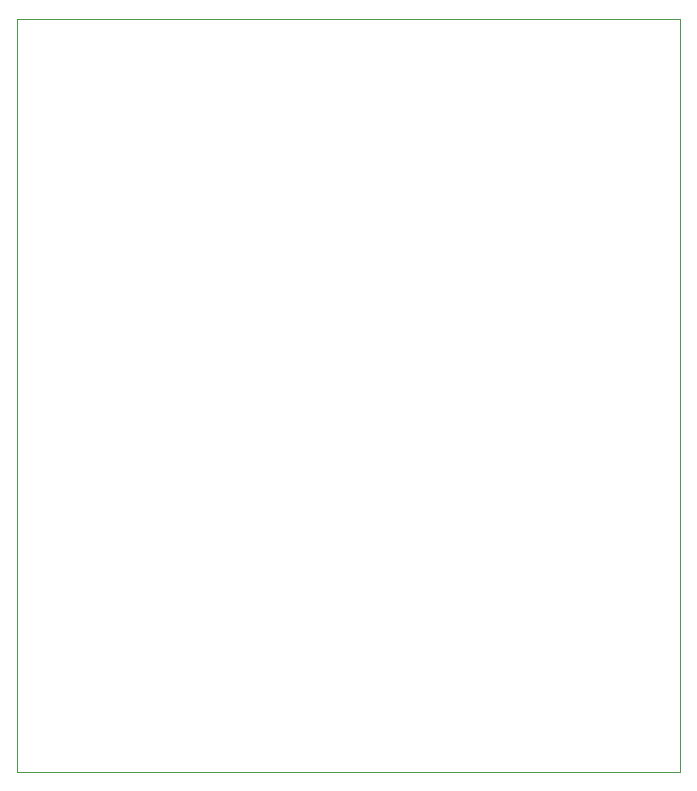
<source format=gbr>
G04 #@! TF.GenerationSoftware,KiCad,Pcbnew,5.1.5-1.fc30*
G04 #@! TF.CreationDate,2020-02-05T00:11:30+03:00*
G04 #@! TF.ProjectId,Tamagotchi-Atmega8,54616d61-676f-4746-9368-692d41746d65,rev?*
G04 #@! TF.SameCoordinates,Original*
G04 #@! TF.FileFunction,Profile,NP*
%FSLAX46Y46*%
G04 Gerber Fmt 4.6, Leading zero omitted, Abs format (unit mm)*
G04 Created by KiCad (PCBNEW 5.1.5-1.fc30) date 2020-02-05 00:11:30*
%MOMM*%
%LPD*%
G04 APERTURE LIST*
%ADD10C,0.050000*%
G04 APERTURE END LIST*
D10*
X145288000Y-123952000D02*
X145288000Y-60198000D01*
X201422000Y-123952000D02*
X145288000Y-123952000D01*
X201422000Y-60198000D02*
X201422000Y-123952000D01*
X145288000Y-60198000D02*
X201422000Y-60198000D01*
M02*

</source>
